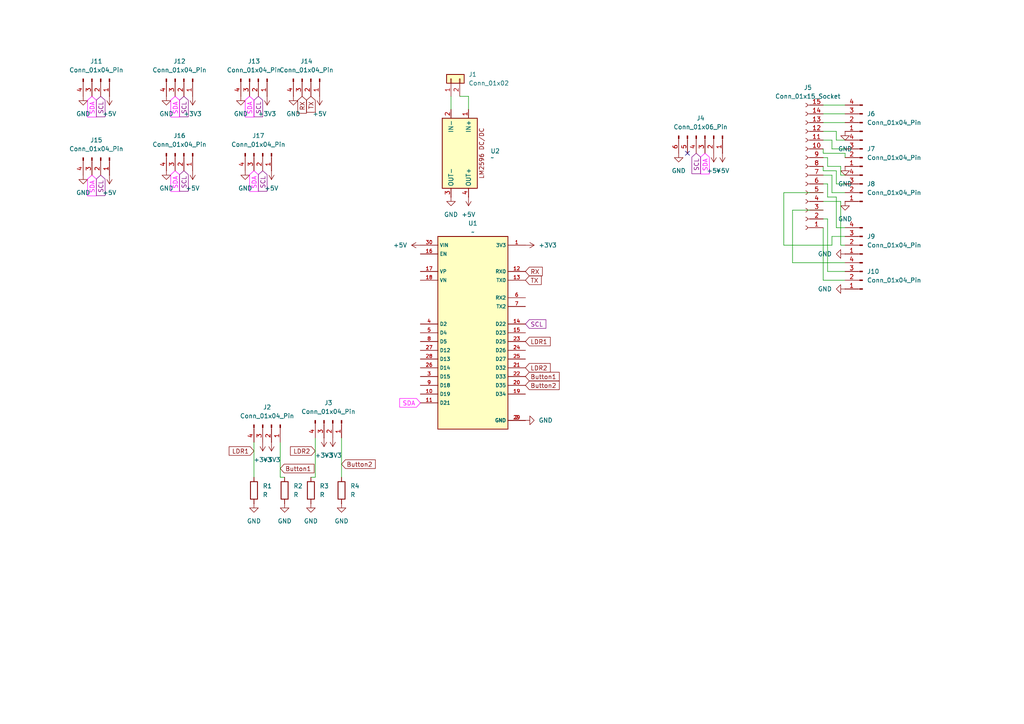
<source format=kicad_sch>
(kicad_sch (version 20250114) (generator "eeschema") (generator_version "9.0")
  (paper "A4")
  (lib_symbols
    (symbol "Connector:Conn_01x04_Pin" (pin_names (offset 1.016) (hide yes))
      (property "Reference" "J" (at 0 5.08 0))
      (property "Value" "Conn_01x04_Pin" (at 0 -7.62 0))
      (symbol "Conn_01x04_Pin_1_1"
        (rectangle (start 0.8636 2.667) (end 0 2.413) (stroke (width 0.1524)) (fill (type outline)))
        (rectangle (start 0.8636 0.127) (end 0 -0.127) (stroke (width 0.1524)) (fill (type outline)))
        (rectangle (start 0.8636 -2.413) (end 0 -2.667) (stroke (width 0.1524)) (fill (type outline)))
        (rectangle (start 0.8636 -4.953) (end 0 -5.207) (stroke (width 0.1524)) (fill (type outline)))
        (polyline (pts (xy 1.27 2.54) (xy 0.8636 2.54)) (stroke (width 0.1524)))
        (polyline (pts (xy 1.27 0) (xy 0.8636 0)) (stroke (width 0.1524)))
        (polyline (pts (xy 1.27 -2.54) (xy 0.8636 -2.54)) (stroke (width 0.1524)))
        (polyline (pts (xy 1.27 -5.08) (xy 0.8636 -5.08)) (stroke (width 0.1524)))
        (pin passive line (at 5.08 2.54 180) (length 3.81) (name "Pin_1") (number "1"))
        (pin passive line (at 5.08 0 180) (length 3.81) (name "Pin_2") (number "2"))
        (pin passive line (at 5.08 -2.54 180) (length 3.81) (name "Pin_3") (number "3"))
        (pin passive line (at 5.08 -5.08 180) (length 3.81) (name "Pin_4") (number "4"))
      )
    )
    (symbol "Connector:Conn_01x06_Pin" (pin_names (offset 1.016) (hide yes))
      (property "Reference" "J" (at 0 7.62 0))
      (property "Value" "Conn_01x06_Pin" (at 0 -10.16 0))
      (symbol "Conn_01x06_Pin_1_1"
        (rectangle (start 0.8636 5.207) (end 0 4.953) (stroke (width 0.1524)) (fill (type outline)))
        (rectangle (start 0.8636 2.667) (end 0 2.413) (stroke (width 0.1524)) (fill (type outline)))
        (rectangle (start 0.8636 0.127) (end 0 -0.127) (stroke (width 0.1524)) (fill (type outline)))
        (rectangle (start 0.8636 -2.413) (end 0 -2.667) (stroke (width 0.1524)) (fill (type outline)))
        (rectangle (start 0.8636 -4.953) (end 0 -5.207) (stroke (width 0.1524)) (fill (type outline)))
        (rectangle (start 0.8636 -7.493) (end 0 -7.747) (stroke (width 0.1524)) (fill (type outline)))
        (polyline (pts (xy 1.27 5.08) (xy 0.8636 5.08)) (stroke (width 0.1524)))
        (polyline (pts (xy 1.27 2.54) (xy 0.8636 2.54)) (stroke (width 0.1524)))
        (polyline (pts (xy 1.27 0) (xy 0.8636 0)) (stroke (width 0.1524)))
        (polyline (pts (xy 1.27 -2.54) (xy 0.8636 -2.54)) (stroke (width 0.1524)))
        (polyline (pts (xy 1.27 -5.08) (xy 0.8636 -5.08)) (stroke (width 0.1524)))
        (polyline (pts (xy 1.27 -7.62) (xy 0.8636 -7.62)) (stroke (width 0.1524)))
        (pin passive line (at 5.08 5.08 180) (length 3.81) (name "Pin_1") (number "1"))
        (pin passive line (at 5.08 2.54 180) (length 3.81) (name "Pin_2") (number "2"))
        (pin passive line (at 5.08 0 180) (length 3.81) (name "Pin_3") (number "3"))
        (pin passive line (at 5.08 -2.54 180) (length 3.81) (name "Pin_4") (number "4"))
        (pin passive line (at 5.08 -5.08 180) (length 3.81) (name "Pin_5") (number "5"))
        (pin passive line (at 5.08 -7.62 180) (length 3.81) (name "Pin_6") (number "6"))
      )
    )
    (symbol "Connector:Conn_01x15_Socket" (pin_names (offset 1.016) (hide yes))
      (property "Reference" "J" (at 0 20.32 0))
      (property "Value" "Conn_01x15_Socket" (at 0 -20.32 0))
      (symbol "Conn_01x15_Socket_1_1"
        (polyline (pts (xy -1.27 17.78) (xy -0.508 17.78)) (stroke (width 0.1524)))
        (polyline (pts (xy -1.27 15.24) (xy -0.508 15.24)) (stroke (width 0.1524)))
        (polyline (pts (xy -1.27 12.7) (xy -0.508 12.7)) (stroke (width 0.1524)))
        (polyline (pts (xy -1.27 10.16) (xy -0.508 10.16)) (stroke (width 0.1524)))
        (polyline (pts (xy -1.27 7.62) (xy -0.508 7.62)) (stroke (width 0.1524)))
        (polyline (pts (xy -1.27 5.08) (xy -0.508 5.08)) (stroke (width 0.1524)))
        (polyline (pts (xy -1.27 2.54) (xy -0.508 2.54)) (stroke (width 0.1524)))
        (polyline (pts (xy -1.27 0) (xy -0.508 0)) (stroke (width 0.1524)))
        (polyline (pts (xy -1.27 -2.54) (xy -0.508 -2.54)) (stroke (width 0.1524)))
        (polyline (pts (xy -1.27 -5.08) (xy -0.508 -5.08)) (stroke (width 0.1524)))
        (polyline (pts (xy -1.27 -7.62) (xy -0.508 -7.62)) (stroke (width 0.1524)))
        (polyline (pts (xy -1.27 -10.16) (xy -0.508 -10.16)) (stroke (width 0.1524)))
        (polyline (pts (xy -1.27 -12.7) (xy -0.508 -12.7)) (stroke (width 0.1524)))
        (polyline (pts (xy -1.27 -15.24) (xy -0.508 -15.24)) (stroke (width 0.1524)))
        (polyline (pts (xy -1.27 -17.78) (xy -0.508 -17.78)) (stroke (width 0.1524)))
        (arc (start 0 17.272) (mid -0.5058 17.78) (end 0 18.288) (stroke (width 0.1524)))
        (arc (start 0 14.732) (mid -0.5058 15.24) (end 0 15.748) (stroke (width 0.1524)))
        (arc (start 0 12.192) (mid -0.5058 12.7) (end 0 13.208) (stroke (width 0.1524)))
        (arc (start 0 9.652) (mid -0.5058 10.16) (end 0 10.668) (stroke (width 0.1524)))
        (arc (start 0 7.112) (mid -0.5058 7.62) (end 0 8.128) (stroke (width 0.1524)))
        (arc (start 0 4.572) (mid -0.5058 5.08) (end 0 5.588) (stroke (width 0.1524)))
        (arc (start 0 2.032) (mid -0.5058 2.54) (end 0 3.048) (stroke (width 0.1524)))
        (arc (start 0 -0.508) (mid -0.5058 0) (end 0 0.508) (stroke (width 0.1524)))
        (arc (start 0 -3.048) (mid -0.5058 -2.54) (end 0 -2.032) (stroke (width 0.1524)))
        (arc (start 0 -5.588) (mid -0.5058 -5.08) (end 0 -4.572) (stroke (width 0.1524)))
        (arc (start 0 -8.128) (mid -0.5058 -7.62) (end 0 -7.112) (stroke (width 0.1524)))
        (arc (start 0 -10.668) (mid -0.5058 -10.16) (end 0 -9.652) (stroke (width 0.1524)))
        (arc (start 0 -13.208) (mid -0.5058 -12.7) (end 0 -12.192) (stroke (width 0.1524)))
        (arc (start 0 -15.748) (mid -0.5058 -15.24) (end 0 -14.732) (stroke (width 0.1524)))
        (arc (start 0 -18.288) (mid -0.5058 -17.78) (end 0 -17.272) (stroke (width 0.1524)))
        (pin passive line (at -5.08 17.78 0) (length 3.81) (name "Pin_1") (number "1"))
        (pin passive line (at -5.08 15.24 0) (length 3.81) (name "Pin_2") (number "2"))
        (pin passive line (at -5.08 12.7 0) (length 3.81) (name "Pin_3") (number "3"))
        (pin passive line (at -5.08 10.16 0) (length 3.81) (name "Pin_4") (number "4"))
        (pin passive line (at -5.08 7.62 0) (length 3.81) (name "Pin_5") (number "5"))
        (pin passive line (at -5.08 5.08 0) (length 3.81) (name "Pin_6") (number "6"))
        (pin passive line (at -5.08 2.54 0) (length 3.81) (name "Pin_7") (number "7"))
        (pin passive line (at -5.08 0 0) (length 3.81) (name "Pin_8") (number "8"))
        (pin passive line (at -5.08 -2.54 0) (length 3.81) (name "Pin_9") (number "9"))
        (pin passive line (at -5.08 -5.08 0) (length 3.81) (name "Pin_10") (number "10"))
        (pin passive line (at -5.08 -7.62 0) (length 3.81) (name "Pin_11") (number "11"))
        (pin passive line (at -5.08 -10.16 0) (length 3.81) (name "Pin_12") (number "12"))
        (pin passive line (at -5.08 -12.7 0) (length 3.81) (name "Pin_13") (number "13"))
        (pin passive line (at -5.08 -15.24 0) (length 3.81) (name "Pin_14") (number "14"))
        (pin passive line (at -5.08 -17.78 0) (length 3.81) (name "Pin_15") (number "15"))
      )
    )
    (symbol "Connector_Generic:Conn_01x02" (pin_names (offset 1.016) (hide yes))
      (property "Reference" "J" (at 0 2.54 0))
      (property "Value" "Conn_01x02" (at 0 -5.08 0))
      (symbol "Conn_01x02_1_1"
        (rectangle (start -1.27 1.27) (end 1.27 -3.81) (stroke (width 0.254)) (fill (type background)))
        (rectangle (start -1.27 0.127) (end 0 -0.127) (stroke (width 0.1524)))
        (rectangle (start -1.27 -2.413) (end 0 -2.667) (stroke (width 0.1524)))
        (pin passive line (at -5.08 0 0) (length 3.81) (name "Pin_1") (number "1"))
        (pin passive line (at -5.08 -2.54 0) (length 3.81) (name "Pin_2") (number "2"))
      )
    )
    (symbol "Device:R" (pin_numbers (hide yes)) (pin_names (offset 0))
      (property "Reference" "R" (at 2.032 0 90))
      (property "Value" "R" (at 0 0 90))
      (symbol "R_0_1"
        (rectangle (start -1.016 -2.54) (end 1.016 2.54) (stroke (width 0.254)))
      )
      (symbol "R_1_1"
        (pin passive line (at 0 3.81 270) (length 1.27) (name "~") (number "1"))
        (pin passive line (at 0 -3.81 90) (length 1.27) (name "~") (number "2"))
      )
    )
    (symbol "Zuydlib3:LM2596_module"
      (property "Reference" "U" (at 0 0 0))
      (symbol "LM2596_module_0_1"
        (rectangle (start -10.16 3.81) (end 10.16 -6.35) (stroke (width 0.254)) (fill (type background)))
      )
      (symbol "LM2596_module_1_1"
        (text "LM2596 DC/DC" (at 0 5.08 0) (effects (font (size 1.27 1.27))))
        (pin power_in line (at -12.7 1.27 0) (length 2.54) (name "IN+") (number "1"))
        (pin power_in line (at -12.7 -3.81 0) (length 2.54) (name "IN-") (number "2"))
        (pin power_out line (at 12.7 1.27 180) (length 2.54) (name "OUT+") (number "4"))
        (pin power_out line (at 12.7 -3.81 180) (length 2.54) (name "OUT-") (number "3"))
      )
    )
    (symbol "Zuydlib4:ESP32_DEVKIT_V1"
      (property "Reference" "U" (at 1.27 -3.81 0))
      (symbol "ESP32_DEVKIT_V1_0_0"
        (rectangle (start -10.16 -27.94) (end 10.16 27.94) (stroke (width 0.254)) (fill (type background)))
        (pin input line (at -15.24 25.4 0) (length 5.08) (name "VIN") (number "30"))
        (pin input line (at -15.24 22.86 0) (length 5.08) (name "EN") (number "16"))
        (pin bidirectional line (at -15.24 17.78 0) (length 5.08) (name "VP") (number "17"))
        (pin bidirectional line (at -15.24 15.24 0) (length 5.08) (name "VN") (number "18"))
        (pin bidirectional line (at -15.24 2.54 0) (length 5.08) (name "D2") (number "4"))
        (pin bidirectional line (at -15.24 0 0) (length 5.08) (name "D4") (number "5"))
        (pin bidirectional line (at -15.24 -2.54 0) (length 5.08) (name "D5") (number "8"))
        (pin bidirectional line (at -15.24 -5.08 0) (length 5.08) (name "D12") (number "27"))
        (pin bidirectional line (at -15.24 -7.62 0) (length 5.08) (name "D13") (number "28"))
        (pin bidirectional line (at -15.24 -10.16 0) (length 5.08) (name "D14") (number "26"))
        (pin bidirectional line (at -15.24 -12.7 0) (length 5.08) (name "D15") (number "3"))
        (pin bidirectional line (at -15.24 -15.24 0) (length 5.08) (name "D18") (number "9"))
        (pin bidirectional line (at -15.24 -17.78 0) (length 5.08) (name "D19") (number "10"))
        (pin bidirectional line (at -15.24 -20.32 0) (length 5.08) (name "D21") (number "11"))
        (pin output line (at 15.24 25.4 180) (length 5.08) (name "3V3") (number "1"))
        (pin input line (at 15.24 17.78 180) (length 5.08) (name "RX0") (number "12"))
        (pin output line (at 15.24 15.24 180) (length 5.08) (name "TX0") (number "13"))
        (pin input line (at 15.24 10.16 180) (length 5.08) (name "RX2") (number "6"))
        (pin output line (at 15.24 7.62 180) (length 5.08) (name "TX2") (number "7"))
        (pin bidirectional line (at 15.24 2.54 180) (length 5.08) (name "D22") (number "14"))
        (pin bidirectional line (at 15.24 0 180) (length 5.08) (name "D23") (number "15"))
        (pin bidirectional line (at 15.24 -2.54 180) (length 5.08) (name "D25") (number "23"))
        (pin bidirectional line (at 15.24 -5.08 180) (length 5.08) (name "D26") (number "24"))
        (pin bidirectional line (at 15.24 -7.62 180) (length 5.08) (name "D27") (number "25"))
        (pin bidirectional line (at 15.24 -10.16 180) (length 5.08) (name "D32") (number "21"))
        (pin bidirectional line (at 15.24 -12.7 180) (length 5.08) (name "D33") (number "22"))
        (pin bidirectional line (at 15.24 -15.24 180) (length 5.08) (name "D35") (number "20"))
        (pin bidirectional line (at 15.24 -17.78 180) (length 5.08) (name "D34") (number "19"))
        (pin power_in line (at 15.24 -25.4 180) (length 5.08) (name "GND") (number "2"))
        (pin power_in line (at 15.24 -25.4 180) (length 5.08) (name "GND") (number "29"))
      )
    )
    (symbol "power:+3V3" (power) (pin_numbers (hide yes)) (pin_names (offset 0) (hide yes))
      (property "Value" "+3V3" (at 0 3.556 0))
      (symbol "+3V3_0_1"
        (polyline (pts (xy -0.762 1.27) (xy 0 2.54)))
        (polyline (pts (xy 0 2.54) (xy 0.762 1.27)))
        (polyline (pts (xy 0 0) (xy 0 2.54)))
      )
      (symbol "+3V3_1_1"
        (pin power_in line (at 0 0 90) (length 0) (name "~") (number "1"))
      )
    )
    (symbol "power:+5V" (power) (pin_numbers (hide yes)) (pin_names (offset 0) (hide yes))
      (property "Value" "+5V" (at 0 3.556 0))
      (symbol "+5V_0_1"
        (polyline (pts (xy -0.762 1.27) (xy 0 2.54)))
        (polyline (pts (xy 0 2.54) (xy 0.762 1.27)))
        (polyline (pts (xy 0 0) (xy 0 2.54)))
      )
      (symbol "+5V_1_1"
        (pin power_in line (at 0 0 90) (length 0) (name "~") (number "1"))
      )
    )
    (symbol "power:GND" (power) (pin_numbers (hide yes)) (pin_names (offset 0) (hide yes))
      (property "Value" "GND" (at 0 -3.81 0))
      (symbol "GND_0_1"
        (polyline (pts (xy 0 0) (xy 0 -1.27) (xy 1.27 -1.27) (xy 0 -2.54) (xy -1.27 -1.27) (xy 0 -1.27)))
      )
      (symbol "GND_1_1"
        (pin power_in line (at 0 0 270) (length 0) (name "~") (number "1"))
      )
    )
  )
  (no_connect (at 199.39 44.45))
  (wire (pts (xy 240.03 48.26) (xy 243.84 48.26)))
  (wire (pts (xy 240.03 57.15) (xy 242.57 57.15)))
  (wire (pts (xy 245.11 30.48) (xy 238.76 30.48)))
  (wire (pts (xy 238.76 40.64) (xy 241.3 40.64)))
  (wire (pts (xy 242.57 49.53) (xy 242.57 53.34)))
  (wire (pts (xy 91.44 127) (xy 91.44 138.43)))
  (wire (pts (xy 133.35 27.94) (xy 135.89 27.94)))
  (wire (pts (xy 73.66 128.27) (xy 73.66 138.43)))
  (wire (pts (xy 238.76 58.42) (xy 243.84 58.42)))
  (wire (pts (xy 240.03 53.34) (xy 240.03 57.15)))
  (wire (pts (xy 243.84 71.12) (xy 245.11 71.12)))
  (wire (pts (xy 229.87 60.96) (xy 229.87 76.2)))
  (wire (pts (xy 242.57 53.34) (xy 245.11 53.34)))
  (wire (pts (xy 240.03 78.74) (xy 240.03 63.5)))
  (wire (pts (xy 241.3 71.12) (xy 241.3 68.58)))
  (wire (pts (xy 238.76 55.88) (xy 227.33 55.88)))
  (wire (pts (xy 135.89 27.94) (xy 135.89 31.75)))
  (wire (pts (xy 241.3 43.18) (xy 245.11 43.18)))
  (wire (pts (xy 243.84 48.26) (xy 243.84 50.8)))
  (wire (pts (xy 81.28 128.27) (xy 81.28 138.43)))
  (wire (pts (xy 242.57 40.64) (xy 245.11 40.64)))
  (wire (pts (xy 243.84 58.42) (xy 243.84 71.12)))
  (wire (pts (xy 238.76 44.45) (xy 245.11 44.45)))
  (wire (pts (xy 245.11 68.58) (xy 241.3 68.58)))
  (wire (pts (xy 238.76 53.34) (xy 240.03 53.34)))
  (wire (pts (xy 238.76 50.8) (xy 241.3 50.8)))
  (wire (pts (xy 99.06 127) (xy 99.06 138.43)))
  (wire (pts (xy 238.76 49.53) (xy 242.57 49.53)))
  (wire (pts (xy 91.44 138.43) (xy 90.17 138.43)))
  (wire (pts (xy 241.3 40.64) (xy 241.3 43.18)))
  (wire (pts (xy 238.76 66.04) (xy 238.76 81.28)))
  (wire (pts (xy 81.28 138.43) (xy 82.55 138.43)))
  (wire (pts (xy 130.81 27.94) (xy 130.81 31.75)))
  (wire (pts (xy 243.84 50.8) (xy 245.11 50.8)))
  (wire (pts (xy 241.3 55.88) (xy 245.11 55.88)))
  (wire (pts (xy 227.33 71.12) (xy 241.3 71.12)))
  (wire (pts (xy 241.3 50.8) (xy 241.3 55.88)))
  (wire (pts (xy 242.57 66.04) (xy 245.11 66.04)))
  (wire (pts (xy 242.57 57.15) (xy 242.57 66.04)))
  (wire (pts (xy 245.11 78.74) (xy 240.03 78.74)))
  (wire (pts (xy 238.76 45.72) (xy 240.03 45.72)))
  (wire (pts (xy 245.11 35.56) (xy 238.76 35.56)))
  (wire (pts (xy 227.33 55.88) (xy 227.33 71.12)))
  (wire (pts (xy 245.11 33.02) (xy 238.76 33.02)))
  (wire (pts (xy 242.57 38.1) (xy 242.57 40.64)))
  (wire (pts (xy 229.87 76.2) (xy 245.11 76.2)))
  (wire (pts (xy 238.76 48.26) (xy 238.76 49.53)))
  (wire (pts (xy 240.03 45.72) (xy 240.03 48.26)))
  (wire (pts (xy 238.76 60.96) (xy 229.87 60.96)))
  (wire (pts (xy 245.11 44.45) (xy 245.11 45.72)))
  (wire (pts (xy 238.76 81.28) (xy 245.11 81.28)))
  (wire (pts (xy 240.03 63.5) (xy 238.76 63.5)))
  (wire (pts (xy 238.76 38.1) (xy 242.57 38.1)))
  (wire (pts (xy 238.76 43.18) (xy 238.76 44.45)))
  (global_label "SDA" (shape input) (at 26.67 50.8 270) (property "Intersheetrefs" "${INTERSHEET_REFS}" (effects (hide yes))))
  (global_label "SCL" (shape input) (at 74.93 27.94 270) (property "Intersheetrefs" "${INTERSHEET_REFS}" (effects (hide yes))))
  (global_label "LDR1" (shape input) (at 152.4 99.06 0) (property "Intersheetrefs" "${INTERSHEET_REFS}" (effects (hide yes))))
  (global_label "SCL" (shape input) (at 53.34 49.53 270) (property "Intersheetrefs" "${INTERSHEET_REFS}" (effects (hide yes))))
  (global_label "SCL" (shape input) (at 29.21 27.94 270) (property "Intersheetrefs" "${INTERSHEET_REFS}" (effects (hide yes))))
  (global_label "SDA" (shape input) (at 73.66 49.53 270) (property "Intersheetrefs" "${INTERSHEET_REFS}" (effects (hide yes))))
  (global_label "Button1" (shape input) (at 81.28 135.89 0) (property "Intersheetrefs" "${INTERSHEET_REFS}" (effects (hide yes))))
  (global_label "Button2" (shape input) (at 152.4 111.76 0) (property "Intersheetrefs" "${INTERSHEET_REFS}" (effects (hide yes))))
  (global_label "SCL" (shape input) (at 76.2 49.53 270) (property "Intersheetrefs" "${INTERSHEET_REFS}" (effects (hide yes))))
  (global_label "SDA" (shape input) (at 204.47 44.45 270) (property "Intersheetrefs" "${INTERSHEET_REFS}" (effects (hide yes))))
  (global_label "SCL" (shape input) (at 201.93 44.45 270) (property "Intersheetrefs" "${INTERSHEET_REFS}" (effects (hide yes))))
  (global_label "Button2" (shape input) (at 99.06 134.62 0) (property "Intersheetrefs" "${INTERSHEET_REFS}" (effects (hide yes))))
  (global_label "SDA" (shape input) (at 121.92 116.84 180) (property "Intersheetrefs" "${INTERSHEET_REFS}" (effects (hide yes))))
  (global_label "SDA" (shape input) (at 26.67 27.94 270) (property "Intersheetrefs" "${INTERSHEET_REFS}" (effects (hide yes))))
  (global_label "LDR1" (shape input) (at 73.66 130.81 180) (property "Intersheetrefs" "${INTERSHEET_REFS}" (effects (hide yes))))
  (global_label "TX" (shape input) (at 90.17 27.94 270) (property "Intersheetrefs" "${INTERSHEET_REFS}" (effects (hide yes))))
  (global_label "TX" (shape input) (at 152.4 81.28 0) (property "Intersheetrefs" "${INTERSHEET_REFS}" (effects (hide yes))))
  (global_label "SCL" (shape input) (at 29.21 50.8 270) (property "Intersheetrefs" "${INTERSHEET_REFS}" (effects (hide yes))))
  (global_label "SDA" (shape input) (at 50.8 27.94 270) (property "Intersheetrefs" "${INTERSHEET_REFS}" (effects (hide yes))))
  (global_label "LDR2" (shape input) (at 152.4 106.68 0) (property "Intersheetrefs" "${INTERSHEET_REFS}" (effects (hide yes))))
  (global_label "SDA" (shape input) (at 50.8 49.53 270) (property "Intersheetrefs" "${INTERSHEET_REFS}" (effects (hide yes))))
  (global_label "RX" (shape input) (at 152.4 78.74 0) (property "Intersheetrefs" "${INTERSHEET_REFS}" (effects (hide yes))))
  (global_label "LDR2" (shape input) (at 91.44 130.81 180) (property "Intersheetrefs" "${INTERSHEET_REFS}" (effects (hide yes))))
  (global_label "SCL" (shape input) (at 53.34 27.94 270) (property "Intersheetrefs" "${INTERSHEET_REFS}" (effects (hide yes))))
  (global_label "SDA" (shape input) (at 72.39 27.94 270) (property "Intersheetrefs" "${INTERSHEET_REFS}" (effects (hide yes))))
  (global_label "SCL" (shape input) (at 152.4 93.98 0) (property "Intersheetrefs" "${INTERSHEET_REFS}" (effects (hide yes))))
  (global_label "RX" (shape input) (at 87.63 27.94 270) (property "Intersheetrefs" "${INTERSHEET_REFS}" (effects (hide yes))))
  (global_label "Button1" (shape input) (at 152.4 109.22 0) (property "Intersheetrefs" "${INTERSHEET_REFS}" (effects (hide yes))))
  (symbol (lib_id "power:GND") (at 245.11 38.1 0) (unit 1)
    (property "Reference" "#PWR016" (effects (hide yes)))
    (property "Value" "GND" (at 245.11 43.18 0))
    (property "Description" "Power symbol creates a global label with name \"GND\" , ground" (effects (hide yes)))
  )
  (symbol (lib_id "Connector:Conn_01x04_Pin") (at 53.34 44.45 270) (unit 1)
    (property "Reference" "J16" (at 52.07 39.37 90))
    (property "Value" "Conn_01x04_Pin" (at 52.07 41.91 90))
    (property "Footprint" "Meloen:Audio jack" (effects (hide yes)))
    (property "Description" "Generic connector, single row, 01x04, script generated" (effects (hide yes)))
  )
  (symbol (lib_id "power:GND") (at 69.85 27.94 0) (unit 1)
    (property "Reference" "#PWR024" (effects (hide yes)))
    (property "Value" "GND" (at 69.85 33.02 0))
    (property "Description" "Power symbol creates a global label with name \"GND\" , ground" (effects (hide yes)))
  )
  (symbol (lib_id "Connector:Conn_01x04_Pin") (at 250.19 81.28 180) (unit 1)
    (property "Reference" "J10" (at 251.46 78.7399 0) (effects (justify right)))
    (property "Value" "Conn_01x04_Pin" (at 251.46 81.2799 0) (effects (justify right)))
    (property "Footprint" "Meloen:Audio jack" (effects (hide yes)))
    (property "Description" "Generic connector, single row, 01x04, script generated" (effects (hide yes)))
  )
  (symbol (lib_id "Zuydlib4:ESP32_DEVKIT_V1") (at 137.16 96.52 0) (unit 1)
    (property "Reference" "U1" (at 137.16 64.77 0))
    (property "Value" "~" (at 137.16 67.31 0))
    (property "Footprint" "Meloen:ESP32_DEVKIT_V1_op_voetjes" (effects (hide yes)))
  )
  (symbol (lib_id "power:+3V3") (at 93.98 127 180) (unit 1)
    (property "Reference" "#PWR012" (effects (hide yes)))
    (property "Value" "+3V3" (at 93.98 132.08 0))
    (property "Description" "Power symbol creates a global label with name \"+3V3\"" (effects (hide yes)))
  )
  (symbol (lib_id "power:GND") (at 82.55 146.05 0) (unit 1)
    (property "Reference" "#PWR09" (effects (hide yes)))
    (property "Value" "GND" (at 82.55 151.13 0))
    (property "Description" "Power symbol creates a global label with name \"GND\" , ground" (effects (hide yes)))
  )
  (symbol (lib_id "power:GND") (at 245.11 73.66 270) (unit 1)
    (property "Reference" "#PWR019" (effects (hide yes)))
    (property "Value" "GND" (at 241.3 73.6599 90) (effects (justify right)))
    (property "Description" "Power symbol creates a global label with name \"GND\" , ground" (effects (hide yes)))
  )
  (symbol (lib_id "power:+3V3") (at 77.47 27.94 180) (unit 1)
    (property "Reference" "#PWR026" (effects (hide yes)))
    (property "Value" "+3V3" (at 77.47 33.02 0))
    (property "Description" "Power symbol creates a global label with name \"+3V3\"" (effects (hide yes)))
  )
  (symbol (lib_id "Connector:Conn_01x04_Pin") (at 76.2 44.45 270) (unit 1)
    (property "Reference" "J17" (at 74.93 39.37 90))
    (property "Value" "Conn_01x04_Pin" (at 74.93 41.91 90))
    (property "Footprint" "Meloen:Audio jack" (effects (hide yes)))
    (property "Description" "Generic connector, single row, 01x04, script generated" (effects (hide yes)))
  )
  (symbol (lib_id "power:GND") (at 245.11 83.82 270) (unit 1)
    (property "Reference" "#PWR020" (effects (hide yes)))
    (property "Value" "GND" (at 241.3 83.8199 90) (effects (justify right)))
    (property "Description" "Power symbol creates a global label with name \"GND\" , ground" (effects (hide yes)))
  )
  (symbol (lib_id "power:GND") (at 71.12 49.53 0) (unit 1)
    (property "Reference" "#PWR034" (effects (hide yes)))
    (property "Value" "GND" (at 71.12 54.61 0))
    (property "Description" "Power symbol creates a global label with name \"GND\" , ground" (effects (hide yes)))
  )
  (symbol (lib_id "Connector:Conn_01x04_Pin") (at 250.19 35.56 180) (unit 1)
    (property "Reference" "J6" (at 251.46 33.0199 0) (effects (justify right)))
    (property "Value" "Conn_01x04_Pin" (at 251.46 35.5599 0) (effects (justify right)))
    (property "Footprint" "Meloen:Audio jack" (effects (hide yes)))
    (property "Description" "Generic connector, single row, 01x04, script generated" (effects (hide yes)))
  )
  (symbol (lib_id "power:+3V3") (at 96.52 127 180) (unit 1)
    (property "Reference" "#PWR013" (effects (hide yes)))
    (property "Value" "+3V3" (at 96.52 132.08 0))
    (property "Description" "Power symbol creates a global label with name \"+3V3\"" (effects (hide yes)))
  )
  (symbol (lib_id "Connector:Conn_01x04_Pin") (at 29.21 45.72 270) (unit 1)
    (property "Reference" "J15" (at 27.94 40.64 90))
    (property "Value" "Conn_01x04_Pin" (at 27.94 43.18 90))
    (property "Footprint" "Meloen:Audio jack" (effects (hide yes)))
    (property "Description" "Generic connector, single row, 01x04, script generated" (effects (hide yes)))
  )
  (symbol (lib_id "Connector:Conn_01x04_Pin") (at 29.21 22.86 270) (unit 1)
    (property "Reference" "J11" (at 27.94 17.78 90))
    (property "Value" "Conn_01x04_Pin" (at 27.94 20.32 90))
    (property "Footprint" "Meloen:Audio jack" (effects (hide yes)))
    (property "Description" "Generic connector, single row, 01x04, script generated" (effects (hide yes)))
  )
  (symbol (lib_id "power:GND") (at 24.13 27.94 0) (unit 1)
    (property "Reference" "#PWR022" (effects (hide yes)))
    (property "Value" "GND" (at 24.13 33.02 0))
    (property "Description" "Power symbol creates a global label with name \"GND\" , ground" (effects (hide yes)))
  )
  (symbol (lib_id "Device:R") (at 90.17 142.24 0) (unit 1)
    (property "Reference" "R3" (at 92.71 140.9699 0) (effects (justify left)))
    (property "Value" "R" (at 92.71 143.5099 0) (effects (justify left)))
    (property "Footprint" "Resistor_THT:R_Axial_DIN0204_L3.6mm_D1.6mm_P7.62mm_Horizontal" (effects (hide yes)))
    (property "Description" "Resistor" (effects (hide yes)))
  )
  (symbol (lib_id "Connector:Conn_01x04_Pin") (at 90.17 22.86 270) (unit 1)
    (property "Reference" "J14" (at 88.9 17.78 90))
    (property "Value" "Conn_01x04_Pin" (at 88.9 20.32 90))
    (property "Footprint" "Meloen:Audio jack" (effects (hide yes)))
    (property "Description" "Generic connector, single row, 01x04, script generated" (effects (hide yes)))
  )
  (symbol (lib_id "power:+5V") (at 55.88 49.53 180) (unit 1)
    (property "Reference" "#PWR033" (effects (hide yes)))
    (property "Value" "+5V" (at 55.88 54.61 0))
    (property "Description" "Power symbol creates a global label with name \"+5V\"" (effects (hide yes)))
  )
  (symbol (lib_id "Connector:Conn_01x04_Pin") (at 74.93 22.86 270) (unit 1)
    (property "Reference" "J13" (at 73.66 17.78 90))
    (property "Value" "Conn_01x04_Pin" (at 73.66 20.32 90))
    (property "Footprint" "Meloen:Audio jack" (effects (hide yes)))
    (property "Description" "Generic connector, single row, 01x04, script generated" (effects (hide yes)))
  )
  (symbol (lib_id "power:+5V") (at 135.89 57.15 180) (unit 1)
    (property "Reference" "#PWR05" (effects (hide yes)))
    (property "Value" "+5V" (at 135.89 62.23 0))
    (property "Description" "Power symbol creates a global label with name \"+5V\"" (effects (hide yes)))
  )
  (symbol (lib_id "power:+3V3") (at 55.88 27.94 180) (unit 1)
    (property "Reference" "#PWR025" (effects (hide yes)))
    (property "Value" "+3V3" (at 55.88 33.02 0))
    (property "Description" "Power symbol creates a global label with name \"+3V3\"" (effects (hide yes)))
  )
  (symbol (lib_id "Connector:Conn_01x04_Pin") (at 78.74 123.19 270) (unit 1)
    (property "Reference" "J2" (at 77.47 118.11 90))
    (property "Value" "Conn_01x04_Pin" (at 77.47 120.65 90))
    (property "Footprint" "Meloen:Audio jack" (effects (hide yes)))
    (property "Description" "Generic connector, single row, 01x04, script generated" (effects (hide yes)))
  )
  (symbol (lib_id "Connector:Conn_01x04_Pin") (at 250.19 45.72 180) (unit 1)
    (property "Reference" "J7" (at 251.46 43.1799 0) (effects (justify right)))
    (property "Value" "Conn_01x04_Pin" (at 251.46 45.7199 0) (effects (justify right)))
    (property "Footprint" "Meloen:Audio jack" (effects (hide yes)))
    (property "Description" "Generic connector, single row, 01x04, script generated" (effects (hide yes)))
  )
  (symbol (lib_id "Device:R") (at 73.66 142.24 0) (unit 1)
    (property "Reference" "R1" (at 76.2 140.9699 0) (effects (justify left)))
    (property "Value" "R" (at 76.2 143.5099 0) (effects (justify left)))
    (property "Footprint" "Resistor_THT:R_Axial_DIN0204_L3.6mm_D1.6mm_P7.62mm_Horizontal" (effects (hide yes)))
    (property "Description" "Resistor" (effects (hide yes)))
  )
  (symbol (lib_id "power:GND") (at 48.26 27.94 0) (unit 1)
    (property "Reference" "#PWR023" (effects (hide yes)))
    (property "Value" "GND" (at 48.26 33.02 0))
    (property "Description" "Power symbol creates a global label with name \"GND\" , ground" (effects (hide yes)))
  )
  (symbol (lib_id "Connector:Conn_01x04_Pin") (at 53.34 22.86 270) (unit 1)
    (property "Reference" "J12" (at 52.07 17.78 90))
    (property "Value" "Conn_01x04_Pin" (at 52.07 20.32 90))
    (property "Footprint" "Meloen:Audio jack" (effects (hide yes)))
    (property "Description" "Generic connector, single row, 01x04, script generated" (effects (hide yes)))
  )
  (symbol (lib_id "power:+3V3") (at 78.74 128.27 180) (unit 1)
    (property "Reference" "#PWR03" (effects (hide yes)))
    (property "Value" "+3V3" (at 78.74 133.35 0))
    (property "Description" "Power symbol creates a global label with name \"+3V3\"" (effects (hide yes)))
  )
  (symbol (lib_id "power:+3V3") (at 152.4 71.12 270) (unit 1)
    (property "Reference" "#PWR01" (effects (hide yes)))
    (property "Value" "+3V3" (at 156.21 71.1199 90) (effects (justify left)))
    (property "Description" "Power symbol creates a global label with name \"+3V3\"" (effects (hide yes)))
  )
  (symbol (lib_id "power:+5V") (at 92.71 27.94 180) (unit 1)
    (property "Reference" "#PWR029" (effects (hide yes)))
    (property "Value" "+5V" (at 92.71 33.02 0))
    (property "Description" "Power symbol creates a global label with name \"+5V\"" (effects (hide yes)))
  )
  (symbol (lib_id "power:GND") (at 245.11 48.26 0) (unit 1)
    (property "Reference" "#PWR017" (effects (hide yes)))
    (property "Value" "GND" (at 245.11 53.34 0))
    (property "Description" "Power symbol creates a global label with name \"GND\" , ground" (effects (hide yes)))
  )
  (symbol (lib_id "Connector:Conn_01x04_Pin") (at 250.19 71.12 180) (unit 1)
    (property "Reference" "J9" (at 251.46 68.5799 0) (effects (justify right)))
    (property "Value" "Conn_01x04_Pin" (at 251.46 71.1199 0) (effects (justify right)))
    (property "Footprint" "Meloen:Audio jack" (effects (hide yes)))
    (property "Description" "Generic connector, single row, 01x04, script generated" (effects (hide yes)))
  )
  (symbol (lib_id "power:GND") (at 48.26 49.53 0) (unit 1)
    (property "Reference" "#PWR032" (effects (hide yes)))
    (property "Value" "GND" (at 48.26 54.61 0))
    (property "Description" "Power symbol creates a global label with name \"GND\" , ground" (effects (hide yes)))
  )
  (symbol (lib_id "Device:R") (at 82.55 142.24 0) (unit 1)
    (property "Reference" "R2" (at 85.09 140.9699 0) (effects (justify left)))
    (property "Value" "R" (at 85.09 143.5099 0) (effects (justify left)))
    (property "Footprint" "Resistor_THT:R_Axial_DIN0204_L3.6mm_D1.6mm_P7.62mm_Horizontal" (effects (hide yes)))
    (property "Description" "Resistor" (effects (hide yes)))
  )
  (symbol (lib_id "power:GND") (at 152.4 121.92 90) (unit 1)
    (property "Reference" "#PWR04" (effects (hide yes)))
    (property "Value" "GND" (at 156.21 121.9199 90) (effects (justify right)))
    (property "Description" "Power symbol creates a global label with name \"GND\" , ground" (effects (hide yes)))
  )
  (symbol (lib_id "Connector_Generic:Conn_01x02") (at 130.81 22.86 90) (unit 1)
    (property "Reference" "J1" (at 135.89 21.5899 90) (effects (justify right)))
    (property "Value" "Conn_01x02" (at 135.89 24.1299 90) (effects (justify right)))
    (property "Footprint" "Connector_Phoenix_MSTB:PhoenixContact_MSTBA_2,5_2-G-5,08_1x02_P5.08mm_Horizontal" (effects (hide yes)))
    (property "Description" "Generic connector, single row, 01x02, script generated (kicad-library-utils/schlib/autogen/connector/)" (effects (hide yes)))
  )
  (symbol (lib_id "power:GND") (at 245.11 58.42 0) (unit 1)
    (property "Reference" "#PWR018" (effects (hide yes)))
    (property "Value" "GND" (at 245.11 63.5 0))
    (property "Description" "Power symbol creates a global label with name \"GND\" , ground" (effects (hide yes)))
  )
  (symbol (lib_id "power:GND") (at 90.17 146.05 0) (unit 1)
    (property "Reference" "#PWR010" (effects (hide yes)))
    (property "Value" "GND" (at 90.17 151.13 0))
    (property "Description" "Power symbol creates a global label with name \"GND\" , ground" (effects (hide yes)))
  )
  (symbol (lib_id "Connector:Conn_01x15_Socket") (at 233.68 48.26 180) (unit 1)
    (property "Reference" "J5" (at 234.315 25.4 0))
    (property "Value" "Conn_01x15_Socket" (at 234.315 27.94 0))
    (property "Footprint" "Connector_PinHeader_2.54mm:PinHeader_1x15_P2.54mm_Vertical" (effects (hide yes)))
    (property "Description" "Generic connector, single row, 01x15, script generated" (effects (hide yes)))
  )
  (symbol (lib_id "power:+5V") (at 207.01 44.45 180) (unit 1)
    (property "Reference" "#PWR015" (effects (hide yes)))
    (property "Value" "+5V" (at 207.01 49.53 0))
    (property "Description" "Power symbol creates a global label with name \"+5V\"" (effects (hide yes)))
  )
  (symbol (lib_id "power:+5V") (at 31.75 27.94 180) (unit 1)
    (property "Reference" "#PWR027" (effects (hide yes)))
    (property "Value" "+5V" (at 31.75 33.02 0))
    (property "Description" "Power symbol creates a global label with name \"+5V\"" (effects (hide yes)))
  )
  (symbol (lib_id "Connector:Conn_01x04_Pin") (at 250.19 55.88 180) (unit 1)
    (property "Reference" "J8" (at 251.46 53.3399 0) (effects (justify right)))
    (property "Value" "Conn_01x04_Pin" (at 251.46 55.8799 0) (effects (justify right)))
    (property "Description" "Generic connector, single row, 01x04, script generated" (effects (hide yes)))
  )
  (symbol (lib_id "Zuydlib3:LM2596_module") (at 134.62 44.45 270) (unit 1)
    (property "Reference" "U2" (at 142.24 43.8149 90) (effects (justify left)))
    (property "Value" "~" (at 142.24 45.72 90) (effects (justify left)))
    (property "Footprint" "Zuydlib3:LM2596_module" (effects (hide yes)))
  )
  (symbol (lib_id "power:GND") (at 73.66 146.05 0) (unit 1)
    (property "Reference" "#PWR08" (effects (hide yes)))
    (property "Value" "GND" (at 73.66 151.13 0))
    (property "Description" "Power symbol creates a global label with name \"GND\" , ground" (effects (hide yes)))
  )
  (symbol (lib_id "power:+5V") (at 78.74 49.53 180) (unit 1)
    (property "Reference" "#PWR035" (effects (hide yes)))
    (property "Value" "+5V" (at 78.74 54.61 0))
    (property "Description" "Power symbol creates a global label with name \"+5V\"" (effects (hide yes)))
  )
  (symbol (lib_id "power:GND") (at 99.06 146.05 0) (unit 1)
    (property "Reference" "#PWR011" (effects (hide yes)))
    (property "Value" "GND" (at 99.06 151.13 0))
    (property "Description" "Power symbol creates a global label with name \"GND\" , ground" (effects (hide yes)))
  )
  (symbol (lib_id "power:GND") (at 85.09 27.94 0) (unit 1)
    (property "Reference" "#PWR028" (effects (hide yes)))
    (property "Value" "GND" (at 85.09 33.02 0))
    (property "Description" "Power symbol creates a global label with name \"GND\" , ground" (effects (hide yes)))
  )
  (symbol (lib_id "power:+5V") (at 209.55 44.45 180) (unit 1)
    (property "Reference" "#PWR021" (effects (hide yes)))
    (property "Value" "+5V" (at 209.55 49.53 0))
    (property "Description" "Power symbol creates a global label with name \"+5V\"" (effects (hide yes)))
  )
  (symbol (lib_id "Device:R") (at 99.06 142.24 0) (unit 1)
    (property "Reference" "R4" (at 101.6 140.9699 0) (effects (justify left)))
    (property "Value" "R" (at 101.6 143.5099 0) (effects (justify left)))
    (property "Footprint" "Resistor_THT:R_Axial_DIN0204_L3.6mm_D1.6mm_P7.62mm_Horizontal" (effects (hide yes)))
    (property "Description" "Resistor" (effects (hide yes)))
  )
  (symbol (lib_id "Connector:Conn_01x06_Pin") (at 204.47 39.37 270) (unit 1)
    (property "Reference" "J4" (at 203.2 34.29 90))
    (property "Value" "Conn_01x06_Pin" (at 203.2 36.83 90))
    (property "Footprint" "Connector_PinHeader_2.54mm:PinHeader_1x06_P2.54mm_Vertical" (effects (hide yes)))
    (property "Description" "Generic connector, single row, 01x06, script generated" (effects (hide yes)))
  )
  (symbol (lib_id "power:+5V") (at 121.92 71.12 90) (unit 1)
    (property "Reference" "#PWR07" (effects (hide yes)))
    (property "Value" "+5V" (at 118.11 71.1199 90) (effects (justify left)))
    (property "Description" "Power symbol creates a global label with name \"+5V\"" (effects (hide yes)))
  )
  (symbol (lib_id "power:+3V3") (at 76.2 128.27 180) (unit 1)
    (property "Reference" "#PWR02" (effects (hide yes)))
    (property "Value" "+3V3" (at 76.2 133.35 0))
    (property "Description" "Power symbol creates a global label with name \"+3V3\"" (effects (hide yes)))
  )
  (symbol (lib_id "power:GND") (at 24.13 50.8 0) (unit 1)
    (property "Reference" "#PWR030" (effects (hide yes)))
    (property "Value" "GND" (at 24.13 55.88 0))
    (property "Description" "Power symbol creates a global label with name \"GND\" , ground" (effects (hide yes)))
  )
  (symbol (lib_id "Connector:Conn_01x04_Pin") (at 96.52 121.92 270) (unit 1)
    (property "Reference" "J3" (at 95.25 116.84 90))
    (property "Value" "Conn_01x04_Pin" (at 95.25 119.38 90))
    (property "Footprint" "Meloen:Audio jack" (effects (hide yes)))
    (property "Description" "Generic connector, single row, 01x04, script generated" (effects (hide yes)))
  )
  (symbol (lib_id "power:+5V") (at 31.75 50.8 180) (unit 1)
    (property "Reference" "#PWR031" (effects (hide yes)))
    (property "Value" "+5V" (at 31.75 55.88 0))
    (property "Description" "Power symbol creates a global label with name \"+5V\"" (effects (hide yes)))
  )
  (symbol (lib_id "power:GND") (at 196.85 44.45 0) (unit 1)
    (property "Reference" "#PWR014" (effects (hide yes)))
    (property "Value" "GND" (at 196.85 49.53 0))
    (property "Description" "Power symbol creates a global label with name \"GND\" , ground" (effects (hide yes)))
  )
  (symbol (lib_id "power:GND") (at 130.81 57.15 0) (unit 1)
    (property "Reference" "#PWR06" (effects (hide yes)))
    (property "Value" "GND" (at 130.81 62.23 0))
    (property "Description" "Power symbol creates a global label with name \"GND\" , ground" (effects (hide yes)))
  )
)
</source>
